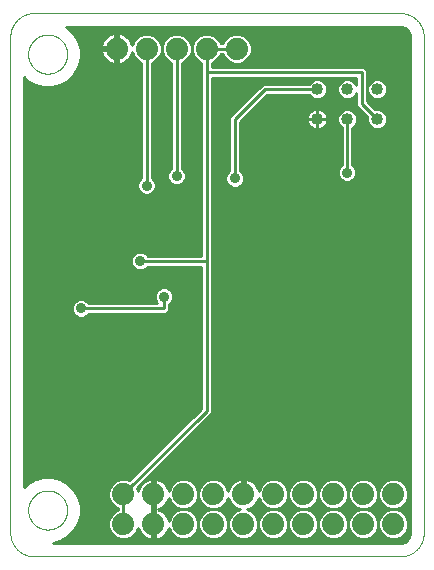
<source format=gbl>
G75*
%MOIN*%
%OFA0B0*%
%FSLAX25Y25*%
%IPPOS*%
%LPD*%
%AMOC8*
5,1,8,0,0,1.08239X$1,22.5*
%
%ADD10C,0.00000*%
%ADD11C,0.07400*%
%ADD12C,0.04000*%
%ADD13C,0.01000*%
%ADD14C,0.03569*%
D10*
X0001500Y0009374D02*
X0001500Y0174728D01*
X0001502Y0174918D01*
X0001509Y0175108D01*
X0001521Y0175298D01*
X0001537Y0175488D01*
X0001557Y0175677D01*
X0001583Y0175866D01*
X0001612Y0176054D01*
X0001647Y0176241D01*
X0001686Y0176427D01*
X0001729Y0176612D01*
X0001777Y0176797D01*
X0001829Y0176980D01*
X0001885Y0177161D01*
X0001946Y0177341D01*
X0002012Y0177520D01*
X0002081Y0177697D01*
X0002155Y0177873D01*
X0002233Y0178046D01*
X0002316Y0178218D01*
X0002402Y0178387D01*
X0002492Y0178555D01*
X0002587Y0178720D01*
X0002685Y0178883D01*
X0002788Y0179043D01*
X0002894Y0179201D01*
X0003004Y0179356D01*
X0003117Y0179509D01*
X0003235Y0179659D01*
X0003356Y0179805D01*
X0003480Y0179949D01*
X0003608Y0180090D01*
X0003739Y0180228D01*
X0003874Y0180363D01*
X0004012Y0180494D01*
X0004153Y0180622D01*
X0004297Y0180746D01*
X0004443Y0180867D01*
X0004593Y0180985D01*
X0004746Y0181098D01*
X0004901Y0181208D01*
X0005059Y0181314D01*
X0005219Y0181417D01*
X0005382Y0181515D01*
X0005547Y0181610D01*
X0005715Y0181700D01*
X0005884Y0181786D01*
X0006056Y0181869D01*
X0006229Y0181947D01*
X0006405Y0182021D01*
X0006582Y0182090D01*
X0006761Y0182156D01*
X0006941Y0182217D01*
X0007122Y0182273D01*
X0007305Y0182325D01*
X0007490Y0182373D01*
X0007675Y0182416D01*
X0007861Y0182455D01*
X0008048Y0182490D01*
X0008236Y0182519D01*
X0008425Y0182545D01*
X0008614Y0182565D01*
X0008804Y0182581D01*
X0008994Y0182593D01*
X0009184Y0182600D01*
X0009374Y0182602D01*
X0131421Y0182602D01*
X0131611Y0182600D01*
X0131801Y0182593D01*
X0131991Y0182581D01*
X0132181Y0182565D01*
X0132370Y0182545D01*
X0132559Y0182519D01*
X0132747Y0182490D01*
X0132934Y0182455D01*
X0133120Y0182416D01*
X0133305Y0182373D01*
X0133490Y0182325D01*
X0133673Y0182273D01*
X0133854Y0182217D01*
X0134034Y0182156D01*
X0134213Y0182090D01*
X0134390Y0182021D01*
X0134566Y0181947D01*
X0134739Y0181869D01*
X0134911Y0181786D01*
X0135080Y0181700D01*
X0135248Y0181610D01*
X0135413Y0181515D01*
X0135576Y0181417D01*
X0135736Y0181314D01*
X0135894Y0181208D01*
X0136049Y0181098D01*
X0136202Y0180985D01*
X0136352Y0180867D01*
X0136498Y0180746D01*
X0136642Y0180622D01*
X0136783Y0180494D01*
X0136921Y0180363D01*
X0137056Y0180228D01*
X0137187Y0180090D01*
X0137315Y0179949D01*
X0137439Y0179805D01*
X0137560Y0179659D01*
X0137678Y0179509D01*
X0137791Y0179356D01*
X0137901Y0179201D01*
X0138007Y0179043D01*
X0138110Y0178883D01*
X0138208Y0178720D01*
X0138303Y0178555D01*
X0138393Y0178387D01*
X0138479Y0178218D01*
X0138562Y0178046D01*
X0138640Y0177873D01*
X0138714Y0177697D01*
X0138783Y0177520D01*
X0138849Y0177341D01*
X0138910Y0177161D01*
X0138966Y0176980D01*
X0139018Y0176797D01*
X0139066Y0176612D01*
X0139109Y0176427D01*
X0139148Y0176241D01*
X0139183Y0176054D01*
X0139212Y0175866D01*
X0139238Y0175677D01*
X0139258Y0175488D01*
X0139274Y0175298D01*
X0139286Y0175108D01*
X0139293Y0174918D01*
X0139295Y0174728D01*
X0139295Y0009374D01*
X0139293Y0009184D01*
X0139286Y0008994D01*
X0139274Y0008804D01*
X0139258Y0008614D01*
X0139238Y0008425D01*
X0139212Y0008236D01*
X0139183Y0008048D01*
X0139148Y0007861D01*
X0139109Y0007675D01*
X0139066Y0007490D01*
X0139018Y0007305D01*
X0138966Y0007122D01*
X0138910Y0006941D01*
X0138849Y0006761D01*
X0138783Y0006582D01*
X0138714Y0006405D01*
X0138640Y0006229D01*
X0138562Y0006056D01*
X0138479Y0005884D01*
X0138393Y0005715D01*
X0138303Y0005547D01*
X0138208Y0005382D01*
X0138110Y0005219D01*
X0138007Y0005059D01*
X0137901Y0004901D01*
X0137791Y0004746D01*
X0137678Y0004593D01*
X0137560Y0004443D01*
X0137439Y0004297D01*
X0137315Y0004153D01*
X0137187Y0004012D01*
X0137056Y0003874D01*
X0136921Y0003739D01*
X0136783Y0003608D01*
X0136642Y0003480D01*
X0136498Y0003356D01*
X0136352Y0003235D01*
X0136202Y0003117D01*
X0136049Y0003004D01*
X0135894Y0002894D01*
X0135736Y0002788D01*
X0135576Y0002685D01*
X0135413Y0002587D01*
X0135248Y0002492D01*
X0135080Y0002402D01*
X0134911Y0002316D01*
X0134739Y0002233D01*
X0134566Y0002155D01*
X0134390Y0002081D01*
X0134213Y0002012D01*
X0134034Y0001946D01*
X0133854Y0001885D01*
X0133673Y0001829D01*
X0133490Y0001777D01*
X0133305Y0001729D01*
X0133120Y0001686D01*
X0132934Y0001647D01*
X0132747Y0001612D01*
X0132559Y0001583D01*
X0132370Y0001557D01*
X0132181Y0001537D01*
X0131991Y0001521D01*
X0131801Y0001509D01*
X0131611Y0001502D01*
X0131421Y0001500D01*
X0009374Y0001500D01*
X0009184Y0001502D01*
X0008994Y0001509D01*
X0008804Y0001521D01*
X0008614Y0001537D01*
X0008425Y0001557D01*
X0008236Y0001583D01*
X0008048Y0001612D01*
X0007861Y0001647D01*
X0007675Y0001686D01*
X0007490Y0001729D01*
X0007305Y0001777D01*
X0007122Y0001829D01*
X0006941Y0001885D01*
X0006761Y0001946D01*
X0006582Y0002012D01*
X0006405Y0002081D01*
X0006229Y0002155D01*
X0006056Y0002233D01*
X0005884Y0002316D01*
X0005715Y0002402D01*
X0005547Y0002492D01*
X0005382Y0002587D01*
X0005219Y0002685D01*
X0005059Y0002788D01*
X0004901Y0002894D01*
X0004746Y0003004D01*
X0004593Y0003117D01*
X0004443Y0003235D01*
X0004297Y0003356D01*
X0004153Y0003480D01*
X0004012Y0003608D01*
X0003874Y0003739D01*
X0003739Y0003874D01*
X0003608Y0004012D01*
X0003480Y0004153D01*
X0003356Y0004297D01*
X0003235Y0004443D01*
X0003117Y0004593D01*
X0003004Y0004746D01*
X0002894Y0004901D01*
X0002788Y0005059D01*
X0002685Y0005219D01*
X0002587Y0005382D01*
X0002492Y0005547D01*
X0002402Y0005715D01*
X0002316Y0005884D01*
X0002233Y0006056D01*
X0002155Y0006229D01*
X0002081Y0006405D01*
X0002012Y0006582D01*
X0001946Y0006761D01*
X0001885Y0006941D01*
X0001829Y0007122D01*
X0001777Y0007305D01*
X0001729Y0007490D01*
X0001686Y0007675D01*
X0001647Y0007861D01*
X0001612Y0008048D01*
X0001583Y0008236D01*
X0001557Y0008425D01*
X0001537Y0008614D01*
X0001521Y0008804D01*
X0001509Y0008994D01*
X0001502Y0009184D01*
X0001500Y0009374D01*
X0007441Y0016953D02*
X0007443Y0017114D01*
X0007449Y0017274D01*
X0007459Y0017435D01*
X0007473Y0017595D01*
X0007491Y0017755D01*
X0007512Y0017914D01*
X0007538Y0018073D01*
X0007568Y0018231D01*
X0007601Y0018388D01*
X0007639Y0018545D01*
X0007680Y0018700D01*
X0007725Y0018854D01*
X0007774Y0019007D01*
X0007827Y0019159D01*
X0007883Y0019310D01*
X0007944Y0019459D01*
X0008007Y0019607D01*
X0008075Y0019753D01*
X0008146Y0019897D01*
X0008220Y0020039D01*
X0008298Y0020180D01*
X0008380Y0020318D01*
X0008465Y0020455D01*
X0008553Y0020589D01*
X0008645Y0020721D01*
X0008740Y0020851D01*
X0008838Y0020979D01*
X0008939Y0021104D01*
X0009043Y0021226D01*
X0009150Y0021346D01*
X0009260Y0021463D01*
X0009373Y0021578D01*
X0009489Y0021689D01*
X0009608Y0021798D01*
X0009729Y0021903D01*
X0009853Y0022006D01*
X0009979Y0022106D01*
X0010107Y0022202D01*
X0010238Y0022295D01*
X0010372Y0022385D01*
X0010507Y0022472D01*
X0010645Y0022555D01*
X0010784Y0022635D01*
X0010926Y0022711D01*
X0011069Y0022784D01*
X0011214Y0022853D01*
X0011361Y0022919D01*
X0011509Y0022981D01*
X0011659Y0023039D01*
X0011810Y0023094D01*
X0011963Y0023145D01*
X0012117Y0023192D01*
X0012272Y0023235D01*
X0012428Y0023274D01*
X0012584Y0023310D01*
X0012742Y0023341D01*
X0012900Y0023369D01*
X0013059Y0023393D01*
X0013219Y0023413D01*
X0013379Y0023429D01*
X0013539Y0023441D01*
X0013700Y0023449D01*
X0013861Y0023453D01*
X0014021Y0023453D01*
X0014182Y0023449D01*
X0014343Y0023441D01*
X0014503Y0023429D01*
X0014663Y0023413D01*
X0014823Y0023393D01*
X0014982Y0023369D01*
X0015140Y0023341D01*
X0015298Y0023310D01*
X0015454Y0023274D01*
X0015610Y0023235D01*
X0015765Y0023192D01*
X0015919Y0023145D01*
X0016072Y0023094D01*
X0016223Y0023039D01*
X0016373Y0022981D01*
X0016521Y0022919D01*
X0016668Y0022853D01*
X0016813Y0022784D01*
X0016956Y0022711D01*
X0017098Y0022635D01*
X0017237Y0022555D01*
X0017375Y0022472D01*
X0017510Y0022385D01*
X0017644Y0022295D01*
X0017775Y0022202D01*
X0017903Y0022106D01*
X0018029Y0022006D01*
X0018153Y0021903D01*
X0018274Y0021798D01*
X0018393Y0021689D01*
X0018509Y0021578D01*
X0018622Y0021463D01*
X0018732Y0021346D01*
X0018839Y0021226D01*
X0018943Y0021104D01*
X0019044Y0020979D01*
X0019142Y0020851D01*
X0019237Y0020721D01*
X0019329Y0020589D01*
X0019417Y0020455D01*
X0019502Y0020318D01*
X0019584Y0020180D01*
X0019662Y0020039D01*
X0019736Y0019897D01*
X0019807Y0019753D01*
X0019875Y0019607D01*
X0019938Y0019459D01*
X0019999Y0019310D01*
X0020055Y0019159D01*
X0020108Y0019007D01*
X0020157Y0018854D01*
X0020202Y0018700D01*
X0020243Y0018545D01*
X0020281Y0018388D01*
X0020314Y0018231D01*
X0020344Y0018073D01*
X0020370Y0017914D01*
X0020391Y0017755D01*
X0020409Y0017595D01*
X0020423Y0017435D01*
X0020433Y0017274D01*
X0020439Y0017114D01*
X0020441Y0016953D01*
X0020439Y0016792D01*
X0020433Y0016632D01*
X0020423Y0016471D01*
X0020409Y0016311D01*
X0020391Y0016151D01*
X0020370Y0015992D01*
X0020344Y0015833D01*
X0020314Y0015675D01*
X0020281Y0015518D01*
X0020243Y0015361D01*
X0020202Y0015206D01*
X0020157Y0015052D01*
X0020108Y0014899D01*
X0020055Y0014747D01*
X0019999Y0014596D01*
X0019938Y0014447D01*
X0019875Y0014299D01*
X0019807Y0014153D01*
X0019736Y0014009D01*
X0019662Y0013867D01*
X0019584Y0013726D01*
X0019502Y0013588D01*
X0019417Y0013451D01*
X0019329Y0013317D01*
X0019237Y0013185D01*
X0019142Y0013055D01*
X0019044Y0012927D01*
X0018943Y0012802D01*
X0018839Y0012680D01*
X0018732Y0012560D01*
X0018622Y0012443D01*
X0018509Y0012328D01*
X0018393Y0012217D01*
X0018274Y0012108D01*
X0018153Y0012003D01*
X0018029Y0011900D01*
X0017903Y0011800D01*
X0017775Y0011704D01*
X0017644Y0011611D01*
X0017510Y0011521D01*
X0017375Y0011434D01*
X0017237Y0011351D01*
X0017098Y0011271D01*
X0016956Y0011195D01*
X0016813Y0011122D01*
X0016668Y0011053D01*
X0016521Y0010987D01*
X0016373Y0010925D01*
X0016223Y0010867D01*
X0016072Y0010812D01*
X0015919Y0010761D01*
X0015765Y0010714D01*
X0015610Y0010671D01*
X0015454Y0010632D01*
X0015298Y0010596D01*
X0015140Y0010565D01*
X0014982Y0010537D01*
X0014823Y0010513D01*
X0014663Y0010493D01*
X0014503Y0010477D01*
X0014343Y0010465D01*
X0014182Y0010457D01*
X0014021Y0010453D01*
X0013861Y0010453D01*
X0013700Y0010457D01*
X0013539Y0010465D01*
X0013379Y0010477D01*
X0013219Y0010493D01*
X0013059Y0010513D01*
X0012900Y0010537D01*
X0012742Y0010565D01*
X0012584Y0010596D01*
X0012428Y0010632D01*
X0012272Y0010671D01*
X0012117Y0010714D01*
X0011963Y0010761D01*
X0011810Y0010812D01*
X0011659Y0010867D01*
X0011509Y0010925D01*
X0011361Y0010987D01*
X0011214Y0011053D01*
X0011069Y0011122D01*
X0010926Y0011195D01*
X0010784Y0011271D01*
X0010645Y0011351D01*
X0010507Y0011434D01*
X0010372Y0011521D01*
X0010238Y0011611D01*
X0010107Y0011704D01*
X0009979Y0011800D01*
X0009853Y0011900D01*
X0009729Y0012003D01*
X0009608Y0012108D01*
X0009489Y0012217D01*
X0009373Y0012328D01*
X0009260Y0012443D01*
X0009150Y0012560D01*
X0009043Y0012680D01*
X0008939Y0012802D01*
X0008838Y0012927D01*
X0008740Y0013055D01*
X0008645Y0013185D01*
X0008553Y0013317D01*
X0008465Y0013451D01*
X0008380Y0013588D01*
X0008298Y0013726D01*
X0008220Y0013867D01*
X0008146Y0014009D01*
X0008075Y0014153D01*
X0008007Y0014299D01*
X0007944Y0014447D01*
X0007883Y0014596D01*
X0007827Y0014747D01*
X0007774Y0014899D01*
X0007725Y0015052D01*
X0007680Y0015206D01*
X0007639Y0015361D01*
X0007601Y0015518D01*
X0007568Y0015675D01*
X0007538Y0015833D01*
X0007512Y0015992D01*
X0007491Y0016151D01*
X0007473Y0016311D01*
X0007459Y0016471D01*
X0007449Y0016632D01*
X0007443Y0016792D01*
X0007441Y0016953D01*
X0007441Y0168921D02*
X0007443Y0169082D01*
X0007449Y0169242D01*
X0007459Y0169403D01*
X0007473Y0169563D01*
X0007491Y0169723D01*
X0007512Y0169882D01*
X0007538Y0170041D01*
X0007568Y0170199D01*
X0007601Y0170356D01*
X0007639Y0170513D01*
X0007680Y0170668D01*
X0007725Y0170822D01*
X0007774Y0170975D01*
X0007827Y0171127D01*
X0007883Y0171278D01*
X0007944Y0171427D01*
X0008007Y0171575D01*
X0008075Y0171721D01*
X0008146Y0171865D01*
X0008220Y0172007D01*
X0008298Y0172148D01*
X0008380Y0172286D01*
X0008465Y0172423D01*
X0008553Y0172557D01*
X0008645Y0172689D01*
X0008740Y0172819D01*
X0008838Y0172947D01*
X0008939Y0173072D01*
X0009043Y0173194D01*
X0009150Y0173314D01*
X0009260Y0173431D01*
X0009373Y0173546D01*
X0009489Y0173657D01*
X0009608Y0173766D01*
X0009729Y0173871D01*
X0009853Y0173974D01*
X0009979Y0174074D01*
X0010107Y0174170D01*
X0010238Y0174263D01*
X0010372Y0174353D01*
X0010507Y0174440D01*
X0010645Y0174523D01*
X0010784Y0174603D01*
X0010926Y0174679D01*
X0011069Y0174752D01*
X0011214Y0174821D01*
X0011361Y0174887D01*
X0011509Y0174949D01*
X0011659Y0175007D01*
X0011810Y0175062D01*
X0011963Y0175113D01*
X0012117Y0175160D01*
X0012272Y0175203D01*
X0012428Y0175242D01*
X0012584Y0175278D01*
X0012742Y0175309D01*
X0012900Y0175337D01*
X0013059Y0175361D01*
X0013219Y0175381D01*
X0013379Y0175397D01*
X0013539Y0175409D01*
X0013700Y0175417D01*
X0013861Y0175421D01*
X0014021Y0175421D01*
X0014182Y0175417D01*
X0014343Y0175409D01*
X0014503Y0175397D01*
X0014663Y0175381D01*
X0014823Y0175361D01*
X0014982Y0175337D01*
X0015140Y0175309D01*
X0015298Y0175278D01*
X0015454Y0175242D01*
X0015610Y0175203D01*
X0015765Y0175160D01*
X0015919Y0175113D01*
X0016072Y0175062D01*
X0016223Y0175007D01*
X0016373Y0174949D01*
X0016521Y0174887D01*
X0016668Y0174821D01*
X0016813Y0174752D01*
X0016956Y0174679D01*
X0017098Y0174603D01*
X0017237Y0174523D01*
X0017375Y0174440D01*
X0017510Y0174353D01*
X0017644Y0174263D01*
X0017775Y0174170D01*
X0017903Y0174074D01*
X0018029Y0173974D01*
X0018153Y0173871D01*
X0018274Y0173766D01*
X0018393Y0173657D01*
X0018509Y0173546D01*
X0018622Y0173431D01*
X0018732Y0173314D01*
X0018839Y0173194D01*
X0018943Y0173072D01*
X0019044Y0172947D01*
X0019142Y0172819D01*
X0019237Y0172689D01*
X0019329Y0172557D01*
X0019417Y0172423D01*
X0019502Y0172286D01*
X0019584Y0172148D01*
X0019662Y0172007D01*
X0019736Y0171865D01*
X0019807Y0171721D01*
X0019875Y0171575D01*
X0019938Y0171427D01*
X0019999Y0171278D01*
X0020055Y0171127D01*
X0020108Y0170975D01*
X0020157Y0170822D01*
X0020202Y0170668D01*
X0020243Y0170513D01*
X0020281Y0170356D01*
X0020314Y0170199D01*
X0020344Y0170041D01*
X0020370Y0169882D01*
X0020391Y0169723D01*
X0020409Y0169563D01*
X0020423Y0169403D01*
X0020433Y0169242D01*
X0020439Y0169082D01*
X0020441Y0168921D01*
X0020439Y0168760D01*
X0020433Y0168600D01*
X0020423Y0168439D01*
X0020409Y0168279D01*
X0020391Y0168119D01*
X0020370Y0167960D01*
X0020344Y0167801D01*
X0020314Y0167643D01*
X0020281Y0167486D01*
X0020243Y0167329D01*
X0020202Y0167174D01*
X0020157Y0167020D01*
X0020108Y0166867D01*
X0020055Y0166715D01*
X0019999Y0166564D01*
X0019938Y0166415D01*
X0019875Y0166267D01*
X0019807Y0166121D01*
X0019736Y0165977D01*
X0019662Y0165835D01*
X0019584Y0165694D01*
X0019502Y0165556D01*
X0019417Y0165419D01*
X0019329Y0165285D01*
X0019237Y0165153D01*
X0019142Y0165023D01*
X0019044Y0164895D01*
X0018943Y0164770D01*
X0018839Y0164648D01*
X0018732Y0164528D01*
X0018622Y0164411D01*
X0018509Y0164296D01*
X0018393Y0164185D01*
X0018274Y0164076D01*
X0018153Y0163971D01*
X0018029Y0163868D01*
X0017903Y0163768D01*
X0017775Y0163672D01*
X0017644Y0163579D01*
X0017510Y0163489D01*
X0017375Y0163402D01*
X0017237Y0163319D01*
X0017098Y0163239D01*
X0016956Y0163163D01*
X0016813Y0163090D01*
X0016668Y0163021D01*
X0016521Y0162955D01*
X0016373Y0162893D01*
X0016223Y0162835D01*
X0016072Y0162780D01*
X0015919Y0162729D01*
X0015765Y0162682D01*
X0015610Y0162639D01*
X0015454Y0162600D01*
X0015298Y0162564D01*
X0015140Y0162533D01*
X0014982Y0162505D01*
X0014823Y0162481D01*
X0014663Y0162461D01*
X0014503Y0162445D01*
X0014343Y0162433D01*
X0014182Y0162425D01*
X0014021Y0162421D01*
X0013861Y0162421D01*
X0013700Y0162425D01*
X0013539Y0162433D01*
X0013379Y0162445D01*
X0013219Y0162461D01*
X0013059Y0162481D01*
X0012900Y0162505D01*
X0012742Y0162533D01*
X0012584Y0162564D01*
X0012428Y0162600D01*
X0012272Y0162639D01*
X0012117Y0162682D01*
X0011963Y0162729D01*
X0011810Y0162780D01*
X0011659Y0162835D01*
X0011509Y0162893D01*
X0011361Y0162955D01*
X0011214Y0163021D01*
X0011069Y0163090D01*
X0010926Y0163163D01*
X0010784Y0163239D01*
X0010645Y0163319D01*
X0010507Y0163402D01*
X0010372Y0163489D01*
X0010238Y0163579D01*
X0010107Y0163672D01*
X0009979Y0163768D01*
X0009853Y0163868D01*
X0009729Y0163971D01*
X0009608Y0164076D01*
X0009489Y0164185D01*
X0009373Y0164296D01*
X0009260Y0164411D01*
X0009150Y0164528D01*
X0009043Y0164648D01*
X0008939Y0164770D01*
X0008838Y0164895D01*
X0008740Y0165023D01*
X0008645Y0165153D01*
X0008553Y0165285D01*
X0008465Y0165419D01*
X0008380Y0165556D01*
X0008298Y0165694D01*
X0008220Y0165835D01*
X0008146Y0165977D01*
X0008075Y0166121D01*
X0008007Y0166267D01*
X0007944Y0166415D01*
X0007883Y0166564D01*
X0007827Y0166715D01*
X0007774Y0166867D01*
X0007725Y0167020D01*
X0007680Y0167174D01*
X0007639Y0167329D01*
X0007601Y0167486D01*
X0007568Y0167643D01*
X0007538Y0167801D01*
X0007512Y0167960D01*
X0007491Y0168119D01*
X0007473Y0168279D01*
X0007459Y0168439D01*
X0007449Y0168600D01*
X0007443Y0168760D01*
X0007441Y0168921D01*
D11*
X0036933Y0170791D03*
X0046933Y0170791D03*
X0056933Y0170791D03*
X0066933Y0170791D03*
X0076933Y0170791D03*
X0079177Y0022248D03*
X0079177Y0012248D03*
X0069177Y0012248D03*
X0069177Y0022248D03*
X0059177Y0022248D03*
X0059177Y0012248D03*
X0049177Y0012248D03*
X0049177Y0022248D03*
X0039177Y0022248D03*
X0039177Y0012248D03*
X0089177Y0012248D03*
X0089177Y0022248D03*
X0099177Y0022248D03*
X0099177Y0012248D03*
X0109177Y0012248D03*
X0109177Y0022248D03*
X0119177Y0022248D03*
X0119177Y0012248D03*
X0129177Y0012248D03*
X0129177Y0022248D03*
D12*
X0123823Y0147248D03*
X0123823Y0157248D03*
X0113823Y0157248D03*
X0113823Y0147248D03*
X0103823Y0147248D03*
X0103823Y0157248D03*
D13*
X0086382Y0157248D01*
X0076303Y0147169D01*
X0076303Y0127484D01*
X0078496Y0125315D02*
X0134795Y0125315D01*
X0134795Y0124317D02*
X0068733Y0124317D01*
X0068733Y0125315D02*
X0074110Y0125315D01*
X0073688Y0125737D02*
X0074556Y0124870D01*
X0075690Y0124400D01*
X0076917Y0124400D01*
X0078050Y0124870D01*
X0078918Y0125737D01*
X0079387Y0126871D01*
X0079387Y0128098D01*
X0078918Y0129231D01*
X0078103Y0130046D01*
X0078103Y0146424D01*
X0087127Y0155448D01*
X0100997Y0155448D01*
X0101025Y0155379D01*
X0101954Y0154450D01*
X0103166Y0153948D01*
X0104479Y0153948D01*
X0105692Y0154450D01*
X0106620Y0155379D01*
X0107123Y0156592D01*
X0107123Y0157904D01*
X0106620Y0159117D01*
X0105692Y0160046D01*
X0104479Y0160548D01*
X0103166Y0160548D01*
X0101954Y0160046D01*
X0101025Y0159117D01*
X0100997Y0159048D01*
X0085636Y0159048D01*
X0074503Y0147915D01*
X0074503Y0130046D01*
X0073688Y0129231D01*
X0073219Y0128098D01*
X0073219Y0126871D01*
X0073688Y0125737D01*
X0073450Y0126314D02*
X0068733Y0126314D01*
X0068733Y0127312D02*
X0073219Y0127312D01*
X0073307Y0128311D02*
X0068733Y0128311D01*
X0068733Y0129309D02*
X0073767Y0129309D01*
X0074503Y0130308D02*
X0068733Y0130308D01*
X0068733Y0131306D02*
X0074503Y0131306D01*
X0074503Y0132305D02*
X0068733Y0132305D01*
X0068733Y0133303D02*
X0074503Y0133303D01*
X0074503Y0134302D02*
X0068733Y0134302D01*
X0068733Y0135301D02*
X0074503Y0135301D01*
X0074503Y0136299D02*
X0068733Y0136299D01*
X0068733Y0137298D02*
X0074503Y0137298D01*
X0074503Y0138296D02*
X0068733Y0138296D01*
X0068733Y0139295D02*
X0074503Y0139295D01*
X0074503Y0140293D02*
X0068733Y0140293D01*
X0068733Y0141292D02*
X0074503Y0141292D01*
X0074503Y0142290D02*
X0068733Y0142290D01*
X0068733Y0143289D02*
X0074503Y0143289D01*
X0074503Y0144287D02*
X0068733Y0144287D01*
X0068733Y0145286D02*
X0074503Y0145286D01*
X0074503Y0146284D02*
X0068733Y0146284D01*
X0068733Y0147283D02*
X0074503Y0147283D01*
X0074869Y0148281D02*
X0068733Y0148281D01*
X0068733Y0149280D02*
X0075868Y0149280D01*
X0076866Y0150278D02*
X0068733Y0150278D01*
X0068733Y0151277D02*
X0077865Y0151277D01*
X0078863Y0152275D02*
X0068733Y0152275D01*
X0068733Y0153274D02*
X0079862Y0153274D01*
X0080861Y0154272D02*
X0068733Y0154272D01*
X0068733Y0155271D02*
X0081859Y0155271D01*
X0082858Y0156269D02*
X0068733Y0156269D01*
X0068733Y0157268D02*
X0083856Y0157268D01*
X0084855Y0158266D02*
X0068733Y0158266D01*
X0068733Y0159265D02*
X0101173Y0159265D01*
X0102479Y0160263D02*
X0068733Y0160263D01*
X0068733Y0161117D02*
X0116826Y0161117D01*
X0116826Y0158621D01*
X0116620Y0159117D01*
X0115692Y0160046D01*
X0114479Y0160548D01*
X0113166Y0160548D01*
X0111954Y0160046D01*
X0111025Y0159117D01*
X0110523Y0157904D01*
X0110523Y0156592D01*
X0111025Y0155379D01*
X0111954Y0154450D01*
X0113166Y0153948D01*
X0114479Y0153948D01*
X0115692Y0154450D01*
X0116620Y0155379D01*
X0116826Y0155875D01*
X0116826Y0151699D01*
X0117880Y0150645D01*
X0120552Y0147974D01*
X0120523Y0147904D01*
X0120523Y0146592D01*
X0121025Y0145379D01*
X0121954Y0144450D01*
X0123166Y0143948D01*
X0124479Y0143948D01*
X0125692Y0144450D01*
X0126620Y0145379D01*
X0127123Y0146592D01*
X0127123Y0147904D01*
X0126620Y0149117D01*
X0125692Y0150046D01*
X0124479Y0150548D01*
X0123166Y0150548D01*
X0123097Y0150519D01*
X0120426Y0153190D01*
X0120426Y0163663D01*
X0119372Y0164717D01*
X0068733Y0164717D01*
X0068733Y0166125D01*
X0069765Y0166553D01*
X0071172Y0167959D01*
X0071599Y0168991D01*
X0072267Y0168991D01*
X0072694Y0167959D01*
X0074101Y0166553D01*
X0075938Y0165791D01*
X0077928Y0165791D01*
X0079765Y0166553D01*
X0081172Y0167959D01*
X0081933Y0169797D01*
X0081933Y0171786D01*
X0081172Y0173624D01*
X0079765Y0175030D01*
X0077928Y0175791D01*
X0075938Y0175791D01*
X0074101Y0175030D01*
X0072694Y0173624D01*
X0072267Y0172591D01*
X0071599Y0172591D01*
X0071172Y0173624D01*
X0069765Y0175030D01*
X0067928Y0175791D01*
X0065938Y0175791D01*
X0064101Y0175030D01*
X0062694Y0173624D01*
X0061933Y0171786D01*
X0061172Y0173624D01*
X0059765Y0175030D01*
X0057928Y0175791D01*
X0055938Y0175791D01*
X0054101Y0175030D01*
X0052694Y0173624D01*
X0051933Y0171786D01*
X0051172Y0173624D01*
X0049765Y0175030D01*
X0047928Y0175791D01*
X0045938Y0175791D01*
X0044101Y0175030D01*
X0042694Y0173624D01*
X0042011Y0171973D01*
X0042005Y0172009D01*
X0041752Y0172787D01*
X0041380Y0173517D01*
X0040899Y0174179D01*
X0040321Y0174758D01*
X0039658Y0175239D01*
X0038929Y0175610D01*
X0038151Y0175863D01*
X0037433Y0175977D01*
X0037433Y0171291D01*
X0036433Y0171291D01*
X0036433Y0170291D01*
X0037433Y0170291D01*
X0037433Y0165606D01*
X0038151Y0165719D01*
X0038929Y0165972D01*
X0039658Y0166344D01*
X0040321Y0166825D01*
X0040899Y0167404D01*
X0041380Y0168066D01*
X0041752Y0168795D01*
X0042005Y0169574D01*
X0042011Y0169609D01*
X0042694Y0167959D01*
X0044101Y0166553D01*
X0045133Y0166125D01*
X0045133Y0127684D01*
X0044318Y0126869D01*
X0043849Y0125736D01*
X0043849Y0124509D01*
X0044318Y0123375D01*
X0045186Y0122507D01*
X0046320Y0122038D01*
X0047547Y0122038D01*
X0048680Y0122507D01*
X0049548Y0123375D01*
X0050017Y0124509D01*
X0050017Y0125736D01*
X0049548Y0126869D01*
X0048733Y0127684D01*
X0048733Y0166125D01*
X0049765Y0166553D01*
X0051172Y0167959D01*
X0051933Y0169797D01*
X0051933Y0171786D01*
X0051933Y0169797D01*
X0052694Y0167959D01*
X0054101Y0166553D01*
X0055133Y0166125D01*
X0055133Y0130833D01*
X0054318Y0130019D01*
X0053849Y0128885D01*
X0053849Y0127658D01*
X0054318Y0126525D01*
X0055186Y0125657D01*
X0056320Y0125187D01*
X0057547Y0125187D01*
X0058680Y0125657D01*
X0059548Y0126525D01*
X0060017Y0127658D01*
X0060017Y0128885D01*
X0059548Y0130019D01*
X0058733Y0130833D01*
X0058733Y0166125D01*
X0059765Y0166553D01*
X0061172Y0167959D01*
X0061933Y0169797D01*
X0062694Y0167959D01*
X0064101Y0166553D01*
X0065133Y0166125D01*
X0065133Y0101725D01*
X0047369Y0101725D01*
X0046554Y0102540D01*
X0045421Y0103009D01*
X0044194Y0103009D01*
X0043060Y0102540D01*
X0042192Y0101672D01*
X0041723Y0100539D01*
X0041723Y0099312D01*
X0042192Y0098178D01*
X0043060Y0097310D01*
X0044194Y0096841D01*
X0045421Y0096841D01*
X0046554Y0097310D01*
X0047369Y0098125D01*
X0065133Y0098125D01*
X0065133Y0050750D01*
X0041204Y0026820D01*
X0040172Y0027248D01*
X0038183Y0027248D01*
X0036345Y0026487D01*
X0034938Y0025080D01*
X0034177Y0023243D01*
X0034177Y0021253D01*
X0034938Y0019416D01*
X0036345Y0018009D01*
X0037377Y0017582D01*
X0037377Y0016914D01*
X0036345Y0016487D01*
X0034938Y0015080D01*
X0034177Y0013243D01*
X0034177Y0011253D01*
X0034938Y0009416D01*
X0036345Y0008009D01*
X0038183Y0007248D01*
X0040172Y0007248D01*
X0042009Y0008009D01*
X0043416Y0009416D01*
X0044100Y0011066D01*
X0044105Y0011030D01*
X0044358Y0010252D01*
X0044730Y0009523D01*
X0045211Y0008860D01*
X0045790Y0008282D01*
X0046452Y0007801D01*
X0047181Y0007429D01*
X0047959Y0007176D01*
X0048677Y0007062D01*
X0048677Y0011748D01*
X0049677Y0011748D01*
X0049677Y0007062D01*
X0050395Y0007176D01*
X0051173Y0007429D01*
X0051903Y0007801D01*
X0052565Y0008282D01*
X0053143Y0008860D01*
X0053625Y0009523D01*
X0053996Y0010252D01*
X0054249Y0011030D01*
X0054255Y0011066D01*
X0054938Y0009416D01*
X0056345Y0008009D01*
X0058183Y0007248D01*
X0060172Y0007248D01*
X0062009Y0008009D01*
X0063416Y0009416D01*
X0064177Y0011253D01*
X0064177Y0013243D01*
X0063416Y0015080D01*
X0062009Y0016487D01*
X0060172Y0017248D01*
X0062009Y0018009D01*
X0063416Y0019416D01*
X0064177Y0021253D01*
X0064177Y0023243D01*
X0063416Y0025080D01*
X0062009Y0026487D01*
X0060172Y0027248D01*
X0058183Y0027248D01*
X0056345Y0026487D01*
X0054938Y0025080D01*
X0054255Y0023430D01*
X0054249Y0023466D01*
X0053996Y0024244D01*
X0053625Y0024973D01*
X0053143Y0025636D01*
X0052565Y0026214D01*
X0051903Y0026695D01*
X0051173Y0027067D01*
X0050395Y0027320D01*
X0049677Y0027434D01*
X0049677Y0022748D01*
X0048677Y0022748D01*
X0048677Y0027434D01*
X0047959Y0027320D01*
X0047181Y0027067D01*
X0046452Y0026695D01*
X0045790Y0026214D01*
X0045211Y0025636D01*
X0044730Y0024973D01*
X0044358Y0024244D01*
X0044105Y0023466D01*
X0044100Y0023430D01*
X0043750Y0024275D01*
X0067679Y0048204D01*
X0068733Y0049258D01*
X0068733Y0161117D01*
X0066933Y0162917D02*
X0066933Y0099925D01*
X0044807Y0099925D01*
X0042870Y0102350D02*
X0006000Y0102350D01*
X0006000Y0103348D02*
X0065133Y0103348D01*
X0065133Y0102350D02*
X0046744Y0102350D01*
X0046601Y0097357D02*
X0065133Y0097357D01*
X0065133Y0096359D02*
X0006000Y0096359D01*
X0006000Y0097357D02*
X0043013Y0097357D01*
X0042119Y0098356D02*
X0006000Y0098356D01*
X0006000Y0099354D02*
X0041723Y0099354D01*
X0041723Y0100353D02*
X0006000Y0100353D01*
X0006000Y0101351D02*
X0042059Y0101351D01*
X0050573Y0090368D02*
X0006000Y0090368D01*
X0006000Y0091366D02*
X0065133Y0091366D01*
X0065133Y0090368D02*
X0054790Y0090368D01*
X0054428Y0090729D02*
X0053295Y0091198D01*
X0052068Y0091198D01*
X0050934Y0090729D01*
X0050066Y0089861D01*
X0049597Y0088728D01*
X0049597Y0087501D01*
X0050066Y0086367D01*
X0050456Y0085977D01*
X0027684Y0085977D01*
X0026869Y0086792D01*
X0025736Y0087261D01*
X0024509Y0087261D01*
X0023375Y0086792D01*
X0022507Y0085924D01*
X0022038Y0084791D01*
X0022038Y0083564D01*
X0022507Y0082430D01*
X0023375Y0081562D01*
X0024509Y0081093D01*
X0025736Y0081093D01*
X0026869Y0081562D01*
X0027684Y0082377D01*
X0053427Y0082377D01*
X0054481Y0083432D01*
X0054481Y0085552D01*
X0055296Y0086367D01*
X0055765Y0087501D01*
X0055765Y0088728D01*
X0055296Y0089861D01*
X0054428Y0090729D01*
X0055500Y0089369D02*
X0065133Y0089369D01*
X0065133Y0088370D02*
X0055765Y0088370D01*
X0055712Y0087372D02*
X0065133Y0087372D01*
X0065133Y0086373D02*
X0055298Y0086373D01*
X0054481Y0085375D02*
X0065133Y0085375D01*
X0065133Y0084376D02*
X0054481Y0084376D01*
X0054427Y0083378D02*
X0065133Y0083378D01*
X0065133Y0082379D02*
X0053429Y0082379D01*
X0052681Y0084177D02*
X0025122Y0084177D01*
X0022957Y0086373D02*
X0006000Y0086373D01*
X0006000Y0085375D02*
X0022280Y0085375D01*
X0022038Y0084376D02*
X0006000Y0084376D01*
X0006000Y0083378D02*
X0022115Y0083378D01*
X0022558Y0082379D02*
X0006000Y0082379D01*
X0006000Y0081381D02*
X0023813Y0081381D01*
X0026431Y0081381D02*
X0065133Y0081381D01*
X0065133Y0080382D02*
X0006000Y0080382D01*
X0006000Y0079384D02*
X0065133Y0079384D01*
X0065133Y0078385D02*
X0006000Y0078385D01*
X0006000Y0077387D02*
X0065133Y0077387D01*
X0065133Y0076388D02*
X0006000Y0076388D01*
X0006000Y0075390D02*
X0065133Y0075390D01*
X0065133Y0074391D02*
X0006000Y0074391D01*
X0006000Y0073393D02*
X0065133Y0073393D01*
X0065133Y0072394D02*
X0006000Y0072394D01*
X0006000Y0071396D02*
X0065133Y0071396D01*
X0065133Y0070397D02*
X0006000Y0070397D01*
X0006000Y0069399D02*
X0065133Y0069399D01*
X0065133Y0068400D02*
X0006000Y0068400D01*
X0006000Y0067402D02*
X0065133Y0067402D01*
X0065133Y0066403D02*
X0006000Y0066403D01*
X0006000Y0065405D02*
X0065133Y0065405D01*
X0065133Y0064406D02*
X0006000Y0064406D01*
X0006000Y0063408D02*
X0065133Y0063408D01*
X0065133Y0062409D02*
X0006000Y0062409D01*
X0006000Y0061411D02*
X0065133Y0061411D01*
X0065133Y0060412D02*
X0006000Y0060412D01*
X0006000Y0059414D02*
X0065133Y0059414D01*
X0065133Y0058415D02*
X0006000Y0058415D01*
X0006000Y0057417D02*
X0065133Y0057417D01*
X0065133Y0056418D02*
X0006000Y0056418D01*
X0006000Y0055420D02*
X0065133Y0055420D01*
X0065133Y0054421D02*
X0006000Y0054421D01*
X0006000Y0053423D02*
X0065133Y0053423D01*
X0065133Y0052424D02*
X0006000Y0052424D01*
X0006000Y0051426D02*
X0065133Y0051426D01*
X0064811Y0050427D02*
X0006000Y0050427D01*
X0006000Y0049429D02*
X0063812Y0049429D01*
X0062814Y0048430D02*
X0006000Y0048430D01*
X0006000Y0047432D02*
X0061815Y0047432D01*
X0060817Y0046433D02*
X0006000Y0046433D01*
X0006000Y0045434D02*
X0059818Y0045434D01*
X0058820Y0044436D02*
X0006000Y0044436D01*
X0006000Y0043437D02*
X0057821Y0043437D01*
X0056823Y0042439D02*
X0006000Y0042439D01*
X0006000Y0041440D02*
X0055824Y0041440D01*
X0054825Y0040442D02*
X0006000Y0040442D01*
X0006000Y0039443D02*
X0053827Y0039443D01*
X0052828Y0038445D02*
X0006000Y0038445D01*
X0006000Y0037446D02*
X0051830Y0037446D01*
X0050831Y0036448D02*
X0006000Y0036448D01*
X0006000Y0035449D02*
X0049833Y0035449D01*
X0048834Y0034451D02*
X0006000Y0034451D01*
X0006000Y0033452D02*
X0047836Y0033452D01*
X0046837Y0032454D02*
X0006000Y0032454D01*
X0006000Y0031455D02*
X0045839Y0031455D01*
X0044840Y0030457D02*
X0006000Y0030457D01*
X0006000Y0029458D02*
X0043842Y0029458D01*
X0042843Y0028460D02*
X0006000Y0028460D01*
X0006000Y0027461D02*
X0010659Y0027461D01*
X0009695Y0027203D02*
X0012493Y0027953D01*
X0015389Y0027953D01*
X0018187Y0027203D01*
X0020695Y0025755D01*
X0022743Y0023707D01*
X0024191Y0021199D01*
X0024941Y0018401D01*
X0024941Y0015505D01*
X0024191Y0012707D01*
X0022743Y0010199D01*
X0020695Y0008151D01*
X0018187Y0006702D01*
X0015565Y0006000D01*
X0131421Y0006000D01*
X0131949Y0006042D01*
X0132953Y0006368D01*
X0133807Y0006988D01*
X0134428Y0007842D01*
X0134754Y0008846D01*
X0134795Y0009374D01*
X0134795Y0174728D01*
X0134754Y0175256D01*
X0134428Y0176260D01*
X0133807Y0177114D01*
X0132953Y0177735D01*
X0131949Y0178061D01*
X0131421Y0178102D01*
X0020039Y0178102D01*
X0020695Y0177723D01*
X0022743Y0175675D01*
X0024191Y0173167D01*
X0024941Y0170369D01*
X0024941Y0167473D01*
X0024191Y0164675D01*
X0022743Y0162167D01*
X0020695Y0160119D01*
X0018187Y0158671D01*
X0015389Y0157921D01*
X0012493Y0157921D01*
X0009695Y0158671D01*
X0007187Y0160119D01*
X0006000Y0161306D01*
X0006000Y0024568D01*
X0007187Y0025755D01*
X0009695Y0027203D01*
X0008413Y0026463D02*
X0006000Y0026463D01*
X0006000Y0025464D02*
X0006896Y0025464D01*
X0017223Y0027461D02*
X0041845Y0027461D01*
X0043940Y0024466D02*
X0044471Y0024466D01*
X0044106Y0023467D02*
X0044084Y0023467D01*
X0044939Y0025464D02*
X0045086Y0025464D01*
X0045937Y0026463D02*
X0046132Y0026463D01*
X0046936Y0027461D02*
X0134795Y0027461D01*
X0134795Y0026463D02*
X0132033Y0026463D01*
X0132009Y0026487D02*
X0130172Y0027248D01*
X0128183Y0027248D01*
X0126345Y0026487D01*
X0124938Y0025080D01*
X0124177Y0023243D01*
X0124177Y0021253D01*
X0123416Y0019416D01*
X0122009Y0018009D01*
X0120172Y0017248D01*
X0118183Y0017248D01*
X0116345Y0016487D01*
X0114938Y0015080D01*
X0114177Y0013243D01*
X0114177Y0011253D01*
X0113416Y0009416D01*
X0112009Y0008009D01*
X0110172Y0007248D01*
X0108183Y0007248D01*
X0106345Y0008009D01*
X0104938Y0009416D01*
X0104177Y0011253D01*
X0103416Y0009416D01*
X0102009Y0008009D01*
X0100172Y0007248D01*
X0098183Y0007248D01*
X0096345Y0008009D01*
X0094938Y0009416D01*
X0094177Y0011253D01*
X0093416Y0009416D01*
X0092009Y0008009D01*
X0090172Y0007248D01*
X0088183Y0007248D01*
X0086345Y0008009D01*
X0084938Y0009416D01*
X0084177Y0011253D01*
X0084177Y0013243D01*
X0083416Y0015080D01*
X0082009Y0016487D01*
X0080359Y0017170D01*
X0080395Y0017176D01*
X0081173Y0017429D01*
X0081903Y0017801D01*
X0082565Y0018282D01*
X0083143Y0018860D01*
X0083625Y0019523D01*
X0083996Y0020252D01*
X0084249Y0021030D01*
X0084255Y0021066D01*
X0084938Y0019416D01*
X0086345Y0018009D01*
X0088183Y0017248D01*
X0090172Y0017248D01*
X0092009Y0018009D01*
X0093416Y0019416D01*
X0094177Y0021253D01*
X0094177Y0023243D01*
X0093416Y0025080D01*
X0092009Y0026487D01*
X0090172Y0027248D01*
X0088183Y0027248D01*
X0086345Y0026487D01*
X0084938Y0025080D01*
X0084255Y0023430D01*
X0084249Y0023466D01*
X0083996Y0024244D01*
X0083625Y0024973D01*
X0083143Y0025636D01*
X0082565Y0026214D01*
X0081903Y0026695D01*
X0081173Y0027067D01*
X0080395Y0027320D01*
X0079677Y0027434D01*
X0079677Y0022748D01*
X0078677Y0022748D01*
X0078677Y0027434D01*
X0077959Y0027320D01*
X0077181Y0027067D01*
X0076452Y0026695D01*
X0075790Y0026214D01*
X0075211Y0025636D01*
X0074730Y0024973D01*
X0074358Y0024244D01*
X0074105Y0023466D01*
X0074100Y0023430D01*
X0073416Y0025080D01*
X0072009Y0026487D01*
X0070172Y0027248D01*
X0068183Y0027248D01*
X0066345Y0026487D01*
X0064938Y0025080D01*
X0064177Y0023243D01*
X0064177Y0021253D01*
X0064938Y0019416D01*
X0066345Y0018009D01*
X0068183Y0017248D01*
X0070172Y0017248D01*
X0072009Y0018009D01*
X0073416Y0019416D01*
X0074100Y0021066D01*
X0074105Y0021030D01*
X0074358Y0020252D01*
X0074730Y0019523D01*
X0075211Y0018860D01*
X0075790Y0018282D01*
X0076452Y0017801D01*
X0077181Y0017429D01*
X0077959Y0017176D01*
X0077995Y0017170D01*
X0076345Y0016487D01*
X0074938Y0015080D01*
X0074177Y0013243D01*
X0074177Y0011253D01*
X0073416Y0009416D01*
X0072009Y0008009D01*
X0070172Y0007248D01*
X0068183Y0007248D01*
X0066345Y0008009D01*
X0064938Y0009416D01*
X0064177Y0011253D01*
X0064177Y0013243D01*
X0064938Y0015080D01*
X0066345Y0016487D01*
X0068183Y0017248D01*
X0070172Y0017248D01*
X0072009Y0016487D01*
X0073416Y0015080D01*
X0074177Y0013243D01*
X0074177Y0011253D01*
X0074938Y0009416D01*
X0076345Y0008009D01*
X0078183Y0007248D01*
X0080172Y0007248D01*
X0082009Y0008009D01*
X0083416Y0009416D01*
X0084177Y0011253D01*
X0084177Y0013243D01*
X0084938Y0015080D01*
X0086345Y0016487D01*
X0088183Y0017248D01*
X0090172Y0017248D01*
X0092009Y0016487D01*
X0093416Y0015080D01*
X0094177Y0013243D01*
X0094177Y0011253D01*
X0094177Y0013243D01*
X0094938Y0015080D01*
X0096345Y0016487D01*
X0098183Y0017248D01*
X0100172Y0017248D01*
X0102009Y0016487D01*
X0103416Y0015080D01*
X0104177Y0013243D01*
X0104177Y0011253D01*
X0104177Y0013243D01*
X0104938Y0015080D01*
X0106345Y0016487D01*
X0108183Y0017248D01*
X0110172Y0017248D01*
X0112009Y0016487D01*
X0113416Y0015080D01*
X0114177Y0013243D01*
X0114177Y0011253D01*
X0114938Y0009416D01*
X0116345Y0008009D01*
X0118183Y0007248D01*
X0120172Y0007248D01*
X0122009Y0008009D01*
X0123416Y0009416D01*
X0124177Y0011253D01*
X0124177Y0013243D01*
X0124177Y0011253D01*
X0124938Y0009416D01*
X0126345Y0008009D01*
X0128183Y0007248D01*
X0130172Y0007248D01*
X0132009Y0008009D01*
X0133416Y0009416D01*
X0134177Y0011253D01*
X0134177Y0013243D01*
X0133416Y0015080D01*
X0132009Y0016487D01*
X0130172Y0017248D01*
X0128183Y0017248D01*
X0126345Y0016487D01*
X0124938Y0015080D01*
X0124177Y0013243D01*
X0123416Y0015080D01*
X0122009Y0016487D01*
X0120172Y0017248D01*
X0118183Y0017248D01*
X0116345Y0018009D01*
X0114938Y0019416D01*
X0114177Y0021253D01*
X0113416Y0019416D01*
X0112009Y0018009D01*
X0110172Y0017248D01*
X0108183Y0017248D01*
X0106345Y0018009D01*
X0104938Y0019416D01*
X0104177Y0021253D01*
X0103416Y0019416D01*
X0102009Y0018009D01*
X0100172Y0017248D01*
X0098183Y0017248D01*
X0096345Y0018009D01*
X0094938Y0019416D01*
X0094177Y0021253D01*
X0094177Y0023243D01*
X0094938Y0025080D01*
X0096345Y0026487D01*
X0098183Y0027248D01*
X0100172Y0027248D01*
X0102009Y0026487D01*
X0103416Y0025080D01*
X0104177Y0023243D01*
X0104177Y0021253D01*
X0104177Y0023243D01*
X0104938Y0025080D01*
X0106345Y0026487D01*
X0108183Y0027248D01*
X0110172Y0027248D01*
X0112009Y0026487D01*
X0113416Y0025080D01*
X0114177Y0023243D01*
X0114177Y0021253D01*
X0114177Y0023243D01*
X0114938Y0025080D01*
X0116345Y0026487D01*
X0118183Y0027248D01*
X0120172Y0027248D01*
X0122009Y0026487D01*
X0123416Y0025080D01*
X0124177Y0023243D01*
X0124177Y0021253D01*
X0124938Y0019416D01*
X0126345Y0018009D01*
X0128183Y0017248D01*
X0130172Y0017248D01*
X0132009Y0018009D01*
X0133416Y0019416D01*
X0134177Y0021253D01*
X0134177Y0023243D01*
X0133416Y0025080D01*
X0132009Y0026487D01*
X0133032Y0025464D02*
X0134795Y0025464D01*
X0134795Y0024466D02*
X0133671Y0024466D01*
X0134084Y0023467D02*
X0134795Y0023467D01*
X0134795Y0022469D02*
X0134177Y0022469D01*
X0134177Y0021470D02*
X0134795Y0021470D01*
X0134795Y0020472D02*
X0133853Y0020472D01*
X0133440Y0019473D02*
X0134795Y0019473D01*
X0134795Y0018475D02*
X0132475Y0018475D01*
X0130723Y0017476D02*
X0134795Y0017476D01*
X0134795Y0016478D02*
X0132019Y0016478D01*
X0133017Y0015479D02*
X0134795Y0015479D01*
X0134795Y0014481D02*
X0133664Y0014481D01*
X0134078Y0013482D02*
X0134795Y0013482D01*
X0134795Y0012484D02*
X0134177Y0012484D01*
X0134177Y0011485D02*
X0134795Y0011485D01*
X0134795Y0010487D02*
X0133859Y0010487D01*
X0133446Y0009488D02*
X0134795Y0009488D01*
X0134638Y0008490D02*
X0132490Y0008490D01*
X0134172Y0007491D02*
X0130758Y0007491D01*
X0133125Y0006493D02*
X0017404Y0006493D01*
X0019553Y0007491D02*
X0037596Y0007491D01*
X0035865Y0008490D02*
X0021034Y0008490D01*
X0022033Y0009488D02*
X0034908Y0009488D01*
X0034495Y0010487D02*
X0022909Y0010487D01*
X0023486Y0011485D02*
X0034177Y0011485D01*
X0034177Y0012484D02*
X0024062Y0012484D01*
X0024399Y0013482D02*
X0034276Y0013482D01*
X0034690Y0014481D02*
X0024667Y0014481D01*
X0024934Y0015479D02*
X0035337Y0015479D01*
X0036336Y0016478D02*
X0024941Y0016478D01*
X0024941Y0017476D02*
X0037377Y0017476D01*
X0035879Y0018475D02*
X0024921Y0018475D01*
X0024654Y0019473D02*
X0034915Y0019473D01*
X0034501Y0020472D02*
X0024386Y0020472D01*
X0024034Y0021470D02*
X0034177Y0021470D01*
X0034177Y0022469D02*
X0023458Y0022469D01*
X0022881Y0023467D02*
X0034270Y0023467D01*
X0034684Y0024466D02*
X0021984Y0024466D01*
X0020986Y0025464D02*
X0035322Y0025464D01*
X0036321Y0026463D02*
X0019469Y0026463D01*
X0039177Y0022248D02*
X0039177Y0012248D01*
X0040758Y0007491D02*
X0047059Y0007491D01*
X0048677Y0007491D02*
X0049677Y0007491D01*
X0049677Y0008490D02*
X0048677Y0008490D01*
X0048677Y0009488D02*
X0049677Y0009488D01*
X0049677Y0010487D02*
X0048677Y0010487D01*
X0048677Y0011485D02*
X0049677Y0011485D01*
X0049677Y0012748D02*
X0048677Y0012748D01*
X0048677Y0021748D01*
X0049677Y0021748D01*
X0049677Y0017062D01*
X0049677Y0012748D01*
X0049677Y0013482D02*
X0048677Y0013482D01*
X0048677Y0014481D02*
X0049677Y0014481D01*
X0049677Y0015479D02*
X0048677Y0015479D01*
X0048677Y0016478D02*
X0049677Y0016478D01*
X0049677Y0017476D02*
X0048677Y0017476D01*
X0048677Y0018475D02*
X0049677Y0018475D01*
X0049677Y0019473D02*
X0048677Y0019473D01*
X0048677Y0020472D02*
X0049677Y0020472D01*
X0049677Y0021470D02*
X0048677Y0021470D01*
X0048677Y0023467D02*
X0049677Y0023467D01*
X0049677Y0024466D02*
X0048677Y0024466D01*
X0048677Y0025464D02*
X0049677Y0025464D01*
X0049677Y0026463D02*
X0048677Y0026463D01*
X0047935Y0028460D02*
X0134795Y0028460D01*
X0134795Y0029458D02*
X0048933Y0029458D01*
X0049932Y0030457D02*
X0134795Y0030457D01*
X0134795Y0031455D02*
X0050930Y0031455D01*
X0051929Y0032454D02*
X0134795Y0032454D01*
X0134795Y0033452D02*
X0052927Y0033452D01*
X0053926Y0034451D02*
X0134795Y0034451D01*
X0134795Y0035449D02*
X0054924Y0035449D01*
X0055923Y0036448D02*
X0134795Y0036448D01*
X0134795Y0037446D02*
X0056921Y0037446D01*
X0057920Y0038445D02*
X0134795Y0038445D01*
X0134795Y0039443D02*
X0058918Y0039443D01*
X0059917Y0040442D02*
X0134795Y0040442D01*
X0134795Y0041440D02*
X0060915Y0041440D01*
X0061914Y0042439D02*
X0134795Y0042439D01*
X0134795Y0043437D02*
X0062912Y0043437D01*
X0063911Y0044436D02*
X0134795Y0044436D01*
X0134795Y0045434D02*
X0064909Y0045434D01*
X0065908Y0046433D02*
X0134795Y0046433D01*
X0134795Y0047432D02*
X0066906Y0047432D01*
X0067905Y0048430D02*
X0134795Y0048430D01*
X0134795Y0049429D02*
X0068733Y0049429D01*
X0068733Y0050427D02*
X0134795Y0050427D01*
X0134795Y0051426D02*
X0068733Y0051426D01*
X0068733Y0052424D02*
X0134795Y0052424D01*
X0134795Y0053423D02*
X0068733Y0053423D01*
X0068733Y0054421D02*
X0134795Y0054421D01*
X0134795Y0055420D02*
X0068733Y0055420D01*
X0068733Y0056418D02*
X0134795Y0056418D01*
X0134795Y0057417D02*
X0068733Y0057417D01*
X0068733Y0058415D02*
X0134795Y0058415D01*
X0134795Y0059414D02*
X0068733Y0059414D01*
X0068733Y0060412D02*
X0134795Y0060412D01*
X0134795Y0061411D02*
X0068733Y0061411D01*
X0068733Y0062409D02*
X0134795Y0062409D01*
X0134795Y0063408D02*
X0068733Y0063408D01*
X0068733Y0064406D02*
X0134795Y0064406D01*
X0134795Y0065405D02*
X0068733Y0065405D01*
X0068733Y0066403D02*
X0134795Y0066403D01*
X0134795Y0067402D02*
X0068733Y0067402D01*
X0068733Y0068400D02*
X0134795Y0068400D01*
X0134795Y0069399D02*
X0068733Y0069399D01*
X0068733Y0070397D02*
X0134795Y0070397D01*
X0134795Y0071396D02*
X0068733Y0071396D01*
X0068733Y0072394D02*
X0134795Y0072394D01*
X0134795Y0073393D02*
X0068733Y0073393D01*
X0068733Y0074391D02*
X0134795Y0074391D01*
X0134795Y0075390D02*
X0068733Y0075390D01*
X0068733Y0076388D02*
X0134795Y0076388D01*
X0134795Y0077387D02*
X0068733Y0077387D01*
X0068733Y0078385D02*
X0134795Y0078385D01*
X0134795Y0079384D02*
X0068733Y0079384D01*
X0068733Y0080382D02*
X0134795Y0080382D01*
X0134795Y0081381D02*
X0068733Y0081381D01*
X0068733Y0082379D02*
X0134795Y0082379D01*
X0134795Y0083378D02*
X0068733Y0083378D01*
X0068733Y0084376D02*
X0134795Y0084376D01*
X0134795Y0085375D02*
X0068733Y0085375D01*
X0068733Y0086373D02*
X0134795Y0086373D01*
X0134795Y0087372D02*
X0068733Y0087372D01*
X0068733Y0088370D02*
X0134795Y0088370D01*
X0134795Y0089369D02*
X0068733Y0089369D01*
X0068733Y0090368D02*
X0134795Y0090368D01*
X0134795Y0091366D02*
X0068733Y0091366D01*
X0068733Y0092365D02*
X0134795Y0092365D01*
X0134795Y0093363D02*
X0068733Y0093363D01*
X0068733Y0094362D02*
X0134795Y0094362D01*
X0134795Y0095360D02*
X0068733Y0095360D01*
X0068733Y0096359D02*
X0134795Y0096359D01*
X0134795Y0097357D02*
X0068733Y0097357D01*
X0068733Y0098356D02*
X0134795Y0098356D01*
X0134795Y0099354D02*
X0068733Y0099354D01*
X0068733Y0100353D02*
X0134795Y0100353D01*
X0134795Y0101351D02*
X0068733Y0101351D01*
X0068733Y0102350D02*
X0134795Y0102350D01*
X0134795Y0103348D02*
X0068733Y0103348D01*
X0068733Y0104347D02*
X0134795Y0104347D01*
X0134795Y0105345D02*
X0068733Y0105345D01*
X0068733Y0106344D02*
X0134795Y0106344D01*
X0134795Y0107342D02*
X0068733Y0107342D01*
X0068733Y0108341D02*
X0134795Y0108341D01*
X0134795Y0109339D02*
X0068733Y0109339D01*
X0068733Y0110338D02*
X0134795Y0110338D01*
X0134795Y0111336D02*
X0068733Y0111336D01*
X0068733Y0112335D02*
X0134795Y0112335D01*
X0134795Y0113333D02*
X0068733Y0113333D01*
X0068733Y0114332D02*
X0134795Y0114332D01*
X0134795Y0115330D02*
X0068733Y0115330D01*
X0068733Y0116329D02*
X0134795Y0116329D01*
X0134795Y0117327D02*
X0068733Y0117327D01*
X0068733Y0118326D02*
X0134795Y0118326D01*
X0134795Y0119324D02*
X0068733Y0119324D01*
X0068733Y0120323D02*
X0134795Y0120323D01*
X0134795Y0121321D02*
X0068733Y0121321D01*
X0068733Y0122320D02*
X0134795Y0122320D01*
X0134795Y0123318D02*
X0068733Y0123318D01*
X0065133Y0123318D02*
X0049491Y0123318D01*
X0049938Y0124317D02*
X0065133Y0124317D01*
X0065133Y0125315D02*
X0057856Y0125315D01*
X0059337Y0126314D02*
X0065133Y0126314D01*
X0065133Y0127312D02*
X0059874Y0127312D01*
X0060017Y0128311D02*
X0065133Y0128311D01*
X0065133Y0129309D02*
X0059842Y0129309D01*
X0059259Y0130308D02*
X0065133Y0130308D01*
X0065133Y0131306D02*
X0058733Y0131306D01*
X0058733Y0132305D02*
X0065133Y0132305D01*
X0065133Y0133303D02*
X0058733Y0133303D01*
X0058733Y0134302D02*
X0065133Y0134302D01*
X0065133Y0135301D02*
X0058733Y0135301D01*
X0058733Y0136299D02*
X0065133Y0136299D01*
X0065133Y0137298D02*
X0058733Y0137298D01*
X0058733Y0138296D02*
X0065133Y0138296D01*
X0065133Y0139295D02*
X0058733Y0139295D01*
X0058733Y0140293D02*
X0065133Y0140293D01*
X0065133Y0141292D02*
X0058733Y0141292D01*
X0058733Y0142290D02*
X0065133Y0142290D01*
X0065133Y0143289D02*
X0058733Y0143289D01*
X0058733Y0144287D02*
X0065133Y0144287D01*
X0065133Y0145286D02*
X0058733Y0145286D01*
X0058733Y0146284D02*
X0065133Y0146284D01*
X0065133Y0147283D02*
X0058733Y0147283D01*
X0058733Y0148281D02*
X0065133Y0148281D01*
X0065133Y0149280D02*
X0058733Y0149280D01*
X0058733Y0150278D02*
X0065133Y0150278D01*
X0065133Y0151277D02*
X0058733Y0151277D01*
X0058733Y0152275D02*
X0065133Y0152275D01*
X0065133Y0153274D02*
X0058733Y0153274D01*
X0058733Y0154272D02*
X0065133Y0154272D01*
X0065133Y0155271D02*
X0058733Y0155271D01*
X0058733Y0156269D02*
X0065133Y0156269D01*
X0065133Y0157268D02*
X0058733Y0157268D01*
X0058733Y0158266D02*
X0065133Y0158266D01*
X0065133Y0159265D02*
X0058733Y0159265D01*
X0058733Y0160263D02*
X0065133Y0160263D01*
X0065133Y0161262D02*
X0058733Y0161262D01*
X0058733Y0162260D02*
X0065133Y0162260D01*
X0065133Y0163259D02*
X0058733Y0163259D01*
X0058733Y0164257D02*
X0065133Y0164257D01*
X0065133Y0165256D02*
X0058733Y0165256D01*
X0059045Y0166254D02*
X0064821Y0166254D01*
X0063400Y0167253D02*
X0060466Y0167253D01*
X0061293Y0168251D02*
X0062573Y0168251D01*
X0062160Y0169250D02*
X0061707Y0169250D01*
X0061933Y0169797D02*
X0061933Y0171786D01*
X0061933Y0169797D01*
X0061933Y0170248D02*
X0061933Y0170248D01*
X0061933Y0171247D02*
X0061933Y0171247D01*
X0061743Y0172245D02*
X0062123Y0172245D01*
X0062537Y0173244D02*
X0061329Y0173244D01*
X0060553Y0174242D02*
X0063313Y0174242D01*
X0064610Y0175241D02*
X0059256Y0175241D01*
X0056933Y0170791D02*
X0056933Y0128272D01*
X0056011Y0125315D02*
X0050017Y0125315D01*
X0049778Y0126314D02*
X0054529Y0126314D01*
X0053992Y0127312D02*
X0049104Y0127312D01*
X0048733Y0128311D02*
X0053849Y0128311D01*
X0054025Y0129309D02*
X0048733Y0129309D01*
X0048733Y0130308D02*
X0054608Y0130308D01*
X0055133Y0131306D02*
X0048733Y0131306D01*
X0048733Y0132305D02*
X0055133Y0132305D01*
X0055133Y0133303D02*
X0048733Y0133303D01*
X0048733Y0134302D02*
X0055133Y0134302D01*
X0055133Y0135301D02*
X0048733Y0135301D01*
X0048733Y0136299D02*
X0055133Y0136299D01*
X0055133Y0137298D02*
X0048733Y0137298D01*
X0048733Y0138296D02*
X0055133Y0138296D01*
X0055133Y0139295D02*
X0048733Y0139295D01*
X0048733Y0140293D02*
X0055133Y0140293D01*
X0055133Y0141292D02*
X0048733Y0141292D01*
X0048733Y0142290D02*
X0055133Y0142290D01*
X0055133Y0143289D02*
X0048733Y0143289D01*
X0048733Y0144287D02*
X0055133Y0144287D01*
X0055133Y0145286D02*
X0048733Y0145286D01*
X0048733Y0146284D02*
X0055133Y0146284D01*
X0055133Y0147283D02*
X0048733Y0147283D01*
X0048733Y0148281D02*
X0055133Y0148281D01*
X0055133Y0149280D02*
X0048733Y0149280D01*
X0048733Y0150278D02*
X0055133Y0150278D01*
X0055133Y0151277D02*
X0048733Y0151277D01*
X0048733Y0152275D02*
X0055133Y0152275D01*
X0055133Y0153274D02*
X0048733Y0153274D01*
X0048733Y0154272D02*
X0055133Y0154272D01*
X0055133Y0155271D02*
X0048733Y0155271D01*
X0048733Y0156269D02*
X0055133Y0156269D01*
X0055133Y0157268D02*
X0048733Y0157268D01*
X0048733Y0158266D02*
X0055133Y0158266D01*
X0055133Y0159265D02*
X0048733Y0159265D01*
X0048733Y0160263D02*
X0055133Y0160263D01*
X0055133Y0161262D02*
X0048733Y0161262D01*
X0048733Y0162260D02*
X0055133Y0162260D01*
X0055133Y0163259D02*
X0048733Y0163259D01*
X0048733Y0164257D02*
X0055133Y0164257D01*
X0055133Y0165256D02*
X0048733Y0165256D01*
X0049045Y0166254D02*
X0054821Y0166254D01*
X0053400Y0167253D02*
X0050466Y0167253D01*
X0051293Y0168251D02*
X0052573Y0168251D01*
X0052160Y0169250D02*
X0051707Y0169250D01*
X0051933Y0170248D02*
X0051933Y0170248D01*
X0051933Y0171247D02*
X0051933Y0171247D01*
X0051743Y0172245D02*
X0052123Y0172245D01*
X0052537Y0173244D02*
X0051329Y0173244D01*
X0050553Y0174242D02*
X0053313Y0174242D01*
X0054610Y0175241D02*
X0049256Y0175241D01*
X0044610Y0175241D02*
X0039654Y0175241D01*
X0040836Y0174242D02*
X0043313Y0174242D01*
X0042537Y0173244D02*
X0041520Y0173244D01*
X0041928Y0172245D02*
X0042123Y0172245D01*
X0042160Y0169250D02*
X0041900Y0169250D01*
X0041475Y0168251D02*
X0042573Y0168251D01*
X0043400Y0167253D02*
X0040749Y0167253D01*
X0039483Y0166254D02*
X0044821Y0166254D01*
X0045133Y0165256D02*
X0024347Y0165256D01*
X0024614Y0166254D02*
X0034383Y0166254D01*
X0034208Y0166344D02*
X0034937Y0165972D01*
X0035715Y0165719D01*
X0036433Y0165606D01*
X0036433Y0170291D01*
X0031747Y0170291D01*
X0031861Y0169574D01*
X0032114Y0168795D01*
X0032486Y0168066D01*
X0032967Y0167404D01*
X0033545Y0166825D01*
X0034208Y0166344D01*
X0033118Y0167253D02*
X0024882Y0167253D01*
X0024941Y0168251D02*
X0032391Y0168251D01*
X0031966Y0169250D02*
X0024941Y0169250D01*
X0024941Y0170248D02*
X0031754Y0170248D01*
X0031747Y0171291D02*
X0036433Y0171291D01*
X0036433Y0175977D01*
X0035715Y0175863D01*
X0034937Y0175610D01*
X0034208Y0175239D01*
X0033545Y0174758D01*
X0032967Y0174179D01*
X0032486Y0173517D01*
X0032114Y0172787D01*
X0031861Y0172009D01*
X0031747Y0171291D01*
X0031938Y0172245D02*
X0024438Y0172245D01*
X0024706Y0171247D02*
X0036433Y0171247D01*
X0036433Y0172245D02*
X0037433Y0172245D01*
X0037433Y0173244D02*
X0036433Y0173244D01*
X0036433Y0174242D02*
X0037433Y0174242D01*
X0037433Y0175241D02*
X0036433Y0175241D01*
X0034212Y0175241D02*
X0022994Y0175241D01*
X0023570Y0174242D02*
X0033030Y0174242D01*
X0032347Y0173244D02*
X0024147Y0173244D01*
X0022179Y0176239D02*
X0134434Y0176239D01*
X0134755Y0175241D02*
X0079256Y0175241D01*
X0080553Y0174242D02*
X0134795Y0174242D01*
X0134795Y0173244D02*
X0081329Y0173244D01*
X0081743Y0172245D02*
X0134795Y0172245D01*
X0134795Y0171247D02*
X0081933Y0171247D01*
X0081933Y0170248D02*
X0134795Y0170248D01*
X0134795Y0169250D02*
X0081707Y0169250D01*
X0081293Y0168251D02*
X0134795Y0168251D01*
X0134795Y0167253D02*
X0080466Y0167253D01*
X0079045Y0166254D02*
X0134795Y0166254D01*
X0134795Y0165256D02*
X0068733Y0165256D01*
X0069045Y0166254D02*
X0074821Y0166254D01*
X0073400Y0167253D02*
X0070466Y0167253D01*
X0071293Y0168251D02*
X0072573Y0168251D01*
X0072537Y0173244D02*
X0071329Y0173244D01*
X0070553Y0174242D02*
X0073313Y0174242D01*
X0074610Y0175241D02*
X0069256Y0175241D01*
X0066933Y0170791D02*
X0076933Y0170791D01*
X0066933Y0170791D02*
X0066933Y0162917D01*
X0118626Y0162917D01*
X0118626Y0152445D01*
X0123823Y0147248D01*
X0125298Y0144287D02*
X0134795Y0144287D01*
X0134795Y0143289D02*
X0115505Y0143289D01*
X0115505Y0144287D02*
X0122348Y0144287D01*
X0121118Y0145286D02*
X0116527Y0145286D01*
X0116620Y0145379D02*
X0117123Y0146592D01*
X0117123Y0147904D01*
X0116620Y0149117D01*
X0115692Y0150046D01*
X0114479Y0150548D01*
X0113166Y0150548D01*
X0111954Y0150046D01*
X0111025Y0149117D01*
X0110523Y0147904D01*
X0110523Y0146592D01*
X0111025Y0145379D01*
X0111905Y0144499D01*
X0111905Y0132015D01*
X0111090Y0131200D01*
X0110620Y0130066D01*
X0110620Y0128839D01*
X0111090Y0127706D01*
X0111958Y0126838D01*
X0113091Y0126369D01*
X0114318Y0126369D01*
X0115452Y0126838D01*
X0116319Y0127706D01*
X0116789Y0128839D01*
X0116789Y0130066D01*
X0116319Y0131200D01*
X0115505Y0132015D01*
X0115505Y0144373D01*
X0115692Y0144450D01*
X0116620Y0145379D01*
X0116995Y0146284D02*
X0120650Y0146284D01*
X0120523Y0147283D02*
X0117123Y0147283D01*
X0116967Y0148281D02*
X0120244Y0148281D01*
X0119246Y0149280D02*
X0116458Y0149280D01*
X0115131Y0150278D02*
X0118247Y0150278D01*
X0117249Y0151277D02*
X0082956Y0151277D01*
X0083955Y0152275D02*
X0116826Y0152275D01*
X0116826Y0153274D02*
X0084953Y0153274D01*
X0085952Y0154272D02*
X0102384Y0154272D01*
X0101133Y0155271D02*
X0086950Y0155271D01*
X0081958Y0150278D02*
X0102058Y0150278D01*
X0102165Y0150350D02*
X0101592Y0149967D01*
X0101104Y0149479D01*
X0100721Y0148906D01*
X0100457Y0148269D01*
X0100323Y0147593D01*
X0100323Y0147248D01*
X0100323Y0146903D01*
X0100457Y0146227D01*
X0100721Y0145590D01*
X0101104Y0145017D01*
X0101592Y0144529D01*
X0102165Y0144146D01*
X0102802Y0143883D01*
X0103478Y0143748D01*
X0103823Y0143748D01*
X0104168Y0143748D01*
X0104844Y0143883D01*
X0105481Y0144146D01*
X0106054Y0144529D01*
X0106541Y0145017D01*
X0106924Y0145590D01*
X0107188Y0146227D01*
X0107323Y0146903D01*
X0107323Y0147248D01*
X0103823Y0147248D01*
X0103823Y0147248D01*
X0107323Y0147248D01*
X0107323Y0147593D01*
X0107188Y0148269D01*
X0106924Y0148906D01*
X0106541Y0149479D01*
X0106054Y0149967D01*
X0105481Y0150350D01*
X0104844Y0150614D01*
X0104168Y0150748D01*
X0103823Y0150748D01*
X0103823Y0147248D01*
X0103823Y0143748D01*
X0103823Y0147248D01*
X0103823Y0147248D01*
X0103823Y0147248D01*
X0103823Y0150748D01*
X0103478Y0150748D01*
X0102802Y0150614D01*
X0102165Y0150350D01*
X0100971Y0149280D02*
X0080959Y0149280D01*
X0079961Y0148281D02*
X0100462Y0148281D01*
X0100323Y0147283D02*
X0078962Y0147283D01*
X0078103Y0146284D02*
X0100446Y0146284D01*
X0100323Y0147248D02*
X0103823Y0147248D01*
X0103823Y0147248D01*
X0100323Y0147248D01*
X0100925Y0145286D02*
X0078103Y0145286D01*
X0078103Y0144287D02*
X0101954Y0144287D01*
X0103823Y0144287D02*
X0103823Y0144287D01*
X0103823Y0145286D02*
X0103823Y0145286D01*
X0103823Y0146284D02*
X0103823Y0146284D01*
X0103823Y0147283D02*
X0103823Y0147283D01*
X0103823Y0148281D02*
X0103823Y0148281D01*
X0103823Y0149280D02*
X0103823Y0149280D01*
X0103823Y0150278D02*
X0103823Y0150278D01*
X0105588Y0150278D02*
X0112515Y0150278D01*
X0111188Y0149280D02*
X0106675Y0149280D01*
X0107183Y0148281D02*
X0110679Y0148281D01*
X0110523Y0147283D02*
X0107323Y0147283D01*
X0107200Y0146284D02*
X0110650Y0146284D01*
X0111118Y0145286D02*
X0106721Y0145286D01*
X0105691Y0144287D02*
X0111905Y0144287D01*
X0111905Y0143289D02*
X0078103Y0143289D01*
X0078103Y0142290D02*
X0111905Y0142290D01*
X0111905Y0141292D02*
X0078103Y0141292D01*
X0078103Y0140293D02*
X0111905Y0140293D01*
X0111905Y0139295D02*
X0078103Y0139295D01*
X0078103Y0138296D02*
X0111905Y0138296D01*
X0111905Y0137298D02*
X0078103Y0137298D01*
X0078103Y0136299D02*
X0111905Y0136299D01*
X0111905Y0135301D02*
X0078103Y0135301D01*
X0078103Y0134302D02*
X0111905Y0134302D01*
X0111905Y0133303D02*
X0078103Y0133303D01*
X0078103Y0132305D02*
X0111905Y0132305D01*
X0111197Y0131306D02*
X0078103Y0131306D01*
X0078103Y0130308D02*
X0110721Y0130308D01*
X0110620Y0129309D02*
X0078840Y0129309D01*
X0079299Y0128311D02*
X0110839Y0128311D01*
X0111483Y0127312D02*
X0079387Y0127312D01*
X0079157Y0126314D02*
X0134795Y0126314D01*
X0134795Y0127312D02*
X0115926Y0127312D01*
X0116570Y0128311D02*
X0134795Y0128311D01*
X0134795Y0129309D02*
X0116789Y0129309D01*
X0116689Y0130308D02*
X0134795Y0130308D01*
X0134795Y0131306D02*
X0116213Y0131306D01*
X0115505Y0132305D02*
X0134795Y0132305D01*
X0134795Y0133303D02*
X0115505Y0133303D01*
X0115505Y0134302D02*
X0134795Y0134302D01*
X0134795Y0135301D02*
X0115505Y0135301D01*
X0115505Y0136299D02*
X0134795Y0136299D01*
X0134795Y0137298D02*
X0115505Y0137298D01*
X0115505Y0138296D02*
X0134795Y0138296D01*
X0134795Y0139295D02*
X0115505Y0139295D01*
X0115505Y0140293D02*
X0134795Y0140293D01*
X0134795Y0141292D02*
X0115505Y0141292D01*
X0115505Y0142290D02*
X0134795Y0142290D01*
X0134795Y0145286D02*
X0126527Y0145286D01*
X0126995Y0146284D02*
X0134795Y0146284D01*
X0134795Y0147283D02*
X0127123Y0147283D01*
X0126967Y0148281D02*
X0134795Y0148281D01*
X0134795Y0149280D02*
X0126458Y0149280D01*
X0125131Y0150278D02*
X0134795Y0150278D01*
X0134795Y0151277D02*
X0122340Y0151277D01*
X0121341Y0152275D02*
X0134795Y0152275D01*
X0134795Y0153274D02*
X0120426Y0153274D01*
X0120426Y0154272D02*
X0122384Y0154272D01*
X0121954Y0154450D02*
X0123166Y0153948D01*
X0124479Y0153948D01*
X0125692Y0154450D01*
X0126620Y0155379D01*
X0127123Y0156592D01*
X0127123Y0157904D01*
X0126620Y0159117D01*
X0125692Y0160046D01*
X0124479Y0160548D01*
X0123166Y0160548D01*
X0121954Y0160046D01*
X0121025Y0159117D01*
X0120523Y0157904D01*
X0120523Y0156592D01*
X0121025Y0155379D01*
X0121954Y0154450D01*
X0121133Y0155271D02*
X0120426Y0155271D01*
X0120426Y0156269D02*
X0120656Y0156269D01*
X0120523Y0157268D02*
X0120426Y0157268D01*
X0120426Y0158266D02*
X0120673Y0158266D01*
X0120426Y0159265D02*
X0121173Y0159265D01*
X0120426Y0160263D02*
X0122479Y0160263D01*
X0120426Y0161262D02*
X0134795Y0161262D01*
X0134795Y0162260D02*
X0120426Y0162260D01*
X0120426Y0163259D02*
X0134795Y0163259D01*
X0134795Y0164257D02*
X0119832Y0164257D01*
X0116826Y0160263D02*
X0115167Y0160263D01*
X0116473Y0159265D02*
X0116826Y0159265D01*
X0116826Y0155271D02*
X0116512Y0155271D01*
X0116826Y0154272D02*
X0115262Y0154272D01*
X0112384Y0154272D02*
X0105262Y0154272D01*
X0106512Y0155271D02*
X0111133Y0155271D01*
X0110656Y0156269D02*
X0106989Y0156269D01*
X0107123Y0157268D02*
X0110523Y0157268D01*
X0110673Y0158266D02*
X0106973Y0158266D01*
X0106473Y0159265D02*
X0111173Y0159265D01*
X0112479Y0160263D02*
X0105167Y0160263D01*
X0113823Y0147248D02*
X0113705Y0147130D01*
X0113705Y0129453D01*
X0125262Y0154272D02*
X0134795Y0154272D01*
X0134795Y0155271D02*
X0126512Y0155271D01*
X0126989Y0156269D02*
X0134795Y0156269D01*
X0134795Y0157268D02*
X0127123Y0157268D01*
X0126973Y0158266D02*
X0134795Y0158266D01*
X0134795Y0159265D02*
X0126473Y0159265D01*
X0125167Y0160263D02*
X0134795Y0160263D01*
X0133637Y0177238D02*
X0021181Y0177238D01*
X0023950Y0164257D02*
X0045133Y0164257D01*
X0045133Y0163259D02*
X0023373Y0163259D01*
X0022797Y0162260D02*
X0045133Y0162260D01*
X0045133Y0161262D02*
X0021838Y0161262D01*
X0020839Y0160263D02*
X0045133Y0160263D01*
X0045133Y0159265D02*
X0019215Y0159265D01*
X0016677Y0158266D02*
X0045133Y0158266D01*
X0045133Y0157268D02*
X0006000Y0157268D01*
X0006000Y0158266D02*
X0011205Y0158266D01*
X0008666Y0159265D02*
X0006000Y0159265D01*
X0006000Y0160263D02*
X0007043Y0160263D01*
X0006044Y0161262D02*
X0006000Y0161262D01*
X0006000Y0156269D02*
X0045133Y0156269D01*
X0045133Y0155271D02*
X0006000Y0155271D01*
X0006000Y0154272D02*
X0045133Y0154272D01*
X0045133Y0153274D02*
X0006000Y0153274D01*
X0006000Y0152275D02*
X0045133Y0152275D01*
X0045133Y0151277D02*
X0006000Y0151277D01*
X0006000Y0150278D02*
X0045133Y0150278D01*
X0045133Y0149280D02*
X0006000Y0149280D01*
X0006000Y0148281D02*
X0045133Y0148281D01*
X0045133Y0147283D02*
X0006000Y0147283D01*
X0006000Y0146284D02*
X0045133Y0146284D01*
X0045133Y0145286D02*
X0006000Y0145286D01*
X0006000Y0144287D02*
X0045133Y0144287D01*
X0045133Y0143289D02*
X0006000Y0143289D01*
X0006000Y0142290D02*
X0045133Y0142290D01*
X0045133Y0141292D02*
X0006000Y0141292D01*
X0006000Y0140293D02*
X0045133Y0140293D01*
X0045133Y0139295D02*
X0006000Y0139295D01*
X0006000Y0138296D02*
X0045133Y0138296D01*
X0045133Y0137298D02*
X0006000Y0137298D01*
X0006000Y0136299D02*
X0045133Y0136299D01*
X0045133Y0135301D02*
X0006000Y0135301D01*
X0006000Y0134302D02*
X0045133Y0134302D01*
X0045133Y0133303D02*
X0006000Y0133303D01*
X0006000Y0132305D02*
X0045133Y0132305D01*
X0045133Y0131306D02*
X0006000Y0131306D01*
X0006000Y0130308D02*
X0045133Y0130308D01*
X0045133Y0129309D02*
X0006000Y0129309D01*
X0006000Y0128311D02*
X0045133Y0128311D01*
X0044762Y0127312D02*
X0006000Y0127312D01*
X0006000Y0126314D02*
X0044088Y0126314D01*
X0043849Y0125315D02*
X0006000Y0125315D01*
X0006000Y0124317D02*
X0043928Y0124317D01*
X0044375Y0123318D02*
X0006000Y0123318D01*
X0006000Y0122320D02*
X0045639Y0122320D01*
X0046933Y0125122D02*
X0046933Y0170791D01*
X0037433Y0170248D02*
X0036433Y0170248D01*
X0036433Y0169250D02*
X0037433Y0169250D01*
X0037433Y0168251D02*
X0036433Y0168251D01*
X0036433Y0167253D02*
X0037433Y0167253D01*
X0037433Y0166254D02*
X0036433Y0166254D01*
X0048228Y0122320D02*
X0065133Y0122320D01*
X0065133Y0121321D02*
X0006000Y0121321D01*
X0006000Y0120323D02*
X0065133Y0120323D01*
X0065133Y0119324D02*
X0006000Y0119324D01*
X0006000Y0118326D02*
X0065133Y0118326D01*
X0065133Y0117327D02*
X0006000Y0117327D01*
X0006000Y0116329D02*
X0065133Y0116329D01*
X0065133Y0115330D02*
X0006000Y0115330D01*
X0006000Y0114332D02*
X0065133Y0114332D01*
X0065133Y0113333D02*
X0006000Y0113333D01*
X0006000Y0112335D02*
X0065133Y0112335D01*
X0065133Y0111336D02*
X0006000Y0111336D01*
X0006000Y0110338D02*
X0065133Y0110338D01*
X0065133Y0109339D02*
X0006000Y0109339D01*
X0006000Y0108341D02*
X0065133Y0108341D01*
X0065133Y0107342D02*
X0006000Y0107342D01*
X0006000Y0106344D02*
X0065133Y0106344D01*
X0065133Y0105345D02*
X0006000Y0105345D01*
X0006000Y0104347D02*
X0065133Y0104347D01*
X0066933Y0099925D02*
X0066933Y0050004D01*
X0039177Y0022248D01*
X0043859Y0010487D02*
X0044282Y0010487D01*
X0044755Y0009488D02*
X0043446Y0009488D01*
X0042490Y0008490D02*
X0045582Y0008490D01*
X0051295Y0007491D02*
X0057596Y0007491D01*
X0055865Y0008490D02*
X0052773Y0008490D01*
X0053599Y0009488D02*
X0054908Y0009488D01*
X0054495Y0010487D02*
X0054072Y0010487D01*
X0054255Y0013430D02*
X0054249Y0013466D01*
X0053996Y0014244D01*
X0053625Y0014973D01*
X0053143Y0015636D01*
X0052565Y0016214D01*
X0051903Y0016695D01*
X0051173Y0017067D01*
X0050616Y0017248D01*
X0051173Y0017429D01*
X0051903Y0017801D01*
X0052565Y0018282D01*
X0053143Y0018860D01*
X0053625Y0019523D01*
X0053996Y0020252D01*
X0054249Y0021030D01*
X0054255Y0021066D01*
X0054938Y0019416D01*
X0056345Y0018009D01*
X0058183Y0017248D01*
X0060172Y0017248D01*
X0058183Y0017248D01*
X0056345Y0016487D01*
X0054938Y0015080D01*
X0054255Y0013430D01*
X0054244Y0013482D02*
X0054276Y0013482D01*
X0053876Y0014481D02*
X0054690Y0014481D01*
X0055337Y0015479D02*
X0053257Y0015479D01*
X0052202Y0016478D02*
X0056336Y0016478D01*
X0057632Y0017476D02*
X0051266Y0017476D01*
X0052758Y0018475D02*
X0055879Y0018475D01*
X0054915Y0019473D02*
X0053589Y0019473D01*
X0054068Y0020472D02*
X0054501Y0020472D01*
X0054270Y0023467D02*
X0054249Y0023467D01*
X0053883Y0024466D02*
X0054684Y0024466D01*
X0055322Y0025464D02*
X0053268Y0025464D01*
X0052223Y0026463D02*
X0056321Y0026463D01*
X0062033Y0026463D02*
X0066321Y0026463D01*
X0065322Y0025464D02*
X0063032Y0025464D01*
X0063671Y0024466D02*
X0064684Y0024466D01*
X0064270Y0023467D02*
X0064084Y0023467D01*
X0064177Y0022469D02*
X0064177Y0022469D01*
X0064177Y0021470D02*
X0064177Y0021470D01*
X0063853Y0020472D02*
X0064501Y0020472D01*
X0064915Y0019473D02*
X0063440Y0019473D01*
X0062475Y0018475D02*
X0065879Y0018475D01*
X0067632Y0017476D02*
X0060723Y0017476D01*
X0062019Y0016478D02*
X0066336Y0016478D01*
X0065337Y0015479D02*
X0063017Y0015479D01*
X0063664Y0014481D02*
X0064690Y0014481D01*
X0064276Y0013482D02*
X0064078Y0013482D01*
X0064177Y0012484D02*
X0064177Y0012484D01*
X0064177Y0011485D02*
X0064177Y0011485D01*
X0063859Y0010487D02*
X0064495Y0010487D01*
X0064908Y0009488D02*
X0063446Y0009488D01*
X0062490Y0008490D02*
X0065865Y0008490D01*
X0067596Y0007491D02*
X0060758Y0007491D01*
X0070758Y0007491D02*
X0077596Y0007491D01*
X0075865Y0008490D02*
X0072490Y0008490D01*
X0073446Y0009488D02*
X0074908Y0009488D01*
X0074495Y0010487D02*
X0073859Y0010487D01*
X0074177Y0011485D02*
X0074177Y0011485D01*
X0074177Y0012484D02*
X0074177Y0012484D01*
X0074078Y0013482D02*
X0074276Y0013482D01*
X0074690Y0014481D02*
X0073664Y0014481D01*
X0073017Y0015479D02*
X0075337Y0015479D01*
X0076336Y0016478D02*
X0072019Y0016478D01*
X0070723Y0017476D02*
X0077088Y0017476D01*
X0075597Y0018475D02*
X0072475Y0018475D01*
X0073440Y0019473D02*
X0074766Y0019473D01*
X0074287Y0020472D02*
X0073853Y0020472D01*
X0074084Y0023467D02*
X0074106Y0023467D01*
X0074471Y0024466D02*
X0073670Y0024466D01*
X0073032Y0025464D02*
X0075086Y0025464D01*
X0076132Y0026463D02*
X0072033Y0026463D01*
X0078677Y0026463D02*
X0079677Y0026463D01*
X0079677Y0025464D02*
X0078677Y0025464D01*
X0078677Y0024466D02*
X0079677Y0024466D01*
X0079677Y0023467D02*
X0078677Y0023467D01*
X0082223Y0026463D02*
X0086321Y0026463D01*
X0085322Y0025464D02*
X0083268Y0025464D01*
X0083883Y0024466D02*
X0084684Y0024466D01*
X0084270Y0023467D02*
X0084249Y0023467D01*
X0084068Y0020472D02*
X0084501Y0020472D01*
X0084915Y0019473D02*
X0083589Y0019473D01*
X0082758Y0018475D02*
X0085879Y0018475D01*
X0087632Y0017476D02*
X0081266Y0017476D01*
X0082019Y0016478D02*
X0086336Y0016478D01*
X0085337Y0015479D02*
X0083017Y0015479D01*
X0083664Y0014481D02*
X0084690Y0014481D01*
X0084276Y0013482D02*
X0084078Y0013482D01*
X0084177Y0012484D02*
X0084177Y0012484D01*
X0084177Y0011485D02*
X0084177Y0011485D01*
X0083859Y0010487D02*
X0084495Y0010487D01*
X0084908Y0009488D02*
X0083446Y0009488D01*
X0082490Y0008490D02*
X0085865Y0008490D01*
X0087596Y0007491D02*
X0080758Y0007491D01*
X0090758Y0007491D02*
X0097596Y0007491D01*
X0095865Y0008490D02*
X0092490Y0008490D01*
X0093446Y0009488D02*
X0094908Y0009488D01*
X0094495Y0010487D02*
X0093859Y0010487D01*
X0094177Y0011485D02*
X0094177Y0011485D01*
X0094177Y0012484D02*
X0094177Y0012484D01*
X0094078Y0013482D02*
X0094276Y0013482D01*
X0094690Y0014481D02*
X0093664Y0014481D01*
X0093017Y0015479D02*
X0095337Y0015479D01*
X0096336Y0016478D02*
X0092019Y0016478D01*
X0090723Y0017476D02*
X0097632Y0017476D01*
X0095879Y0018475D02*
X0092475Y0018475D01*
X0093440Y0019473D02*
X0094915Y0019473D01*
X0094501Y0020472D02*
X0093853Y0020472D01*
X0094177Y0021470D02*
X0094177Y0021470D01*
X0094177Y0022469D02*
X0094177Y0022469D01*
X0094084Y0023467D02*
X0094270Y0023467D01*
X0094684Y0024466D02*
X0093671Y0024466D01*
X0093032Y0025464D02*
X0095322Y0025464D01*
X0096321Y0026463D02*
X0092033Y0026463D01*
X0100723Y0017476D02*
X0107632Y0017476D01*
X0106336Y0016478D02*
X0102019Y0016478D01*
X0103017Y0015479D02*
X0105337Y0015479D01*
X0104690Y0014481D02*
X0103664Y0014481D01*
X0104078Y0013482D02*
X0104276Y0013482D01*
X0104177Y0012484D02*
X0104177Y0012484D01*
X0104177Y0011485D02*
X0104177Y0011485D01*
X0103859Y0010487D02*
X0104495Y0010487D01*
X0104908Y0009488D02*
X0103446Y0009488D01*
X0102490Y0008490D02*
X0105865Y0008490D01*
X0107596Y0007491D02*
X0100758Y0007491D01*
X0102475Y0018475D02*
X0105879Y0018475D01*
X0104915Y0019473D02*
X0103440Y0019473D01*
X0103853Y0020472D02*
X0104501Y0020472D01*
X0104177Y0021470D02*
X0104177Y0021470D01*
X0104177Y0022469D02*
X0104177Y0022469D01*
X0104084Y0023467D02*
X0104270Y0023467D01*
X0104684Y0024466D02*
X0103671Y0024466D01*
X0103032Y0025464D02*
X0105322Y0025464D01*
X0106321Y0026463D02*
X0102033Y0026463D01*
X0110723Y0017476D02*
X0117632Y0017476D01*
X0116336Y0016478D02*
X0112019Y0016478D01*
X0113017Y0015479D02*
X0115337Y0015479D01*
X0114690Y0014481D02*
X0113664Y0014481D01*
X0114078Y0013482D02*
X0114276Y0013482D01*
X0114177Y0012484D02*
X0114177Y0012484D01*
X0114177Y0011485D02*
X0114177Y0011485D01*
X0113859Y0010487D02*
X0114495Y0010487D01*
X0114908Y0009488D02*
X0113446Y0009488D01*
X0112490Y0008490D02*
X0115865Y0008490D01*
X0117596Y0007491D02*
X0110758Y0007491D01*
X0112475Y0018475D02*
X0115879Y0018475D01*
X0114915Y0019473D02*
X0113440Y0019473D01*
X0113853Y0020472D02*
X0114501Y0020472D01*
X0114177Y0021470D02*
X0114177Y0021470D01*
X0114177Y0022469D02*
X0114177Y0022469D01*
X0114084Y0023467D02*
X0114270Y0023467D01*
X0114684Y0024466D02*
X0113671Y0024466D01*
X0113032Y0025464D02*
X0115322Y0025464D01*
X0116321Y0026463D02*
X0112033Y0026463D01*
X0120723Y0017476D02*
X0127632Y0017476D01*
X0126336Y0016478D02*
X0122019Y0016478D01*
X0123017Y0015479D02*
X0125337Y0015479D01*
X0124690Y0014481D02*
X0123664Y0014481D01*
X0124078Y0013482D02*
X0124276Y0013482D01*
X0124177Y0012484D02*
X0124177Y0012484D01*
X0124177Y0011485D02*
X0124177Y0011485D01*
X0123859Y0010487D02*
X0124495Y0010487D01*
X0124908Y0009488D02*
X0123446Y0009488D01*
X0122490Y0008490D02*
X0125865Y0008490D01*
X0127596Y0007491D02*
X0120758Y0007491D01*
X0122475Y0018475D02*
X0125879Y0018475D01*
X0124915Y0019473D02*
X0123440Y0019473D01*
X0123853Y0020472D02*
X0124501Y0020472D01*
X0124177Y0021470D02*
X0124177Y0021470D01*
X0124177Y0022469D02*
X0124177Y0022469D01*
X0124084Y0023467D02*
X0124270Y0023467D01*
X0124684Y0024466D02*
X0123671Y0024466D01*
X0123032Y0025464D02*
X0125322Y0025464D01*
X0126321Y0026463D02*
X0122033Y0026463D01*
X0065133Y0092365D02*
X0006000Y0092365D01*
X0006000Y0093363D02*
X0065133Y0093363D01*
X0065133Y0094362D02*
X0006000Y0094362D01*
X0006000Y0095360D02*
X0065133Y0095360D01*
X0052681Y0088114D02*
X0052681Y0084177D01*
X0050064Y0086373D02*
X0027288Y0086373D01*
X0006000Y0087372D02*
X0049650Y0087372D01*
X0049597Y0088370D02*
X0006000Y0088370D01*
X0006000Y0089369D02*
X0049862Y0089369D01*
D14*
X0052681Y0088114D03*
X0044807Y0099925D03*
X0046933Y0125122D03*
X0056933Y0128272D03*
X0076303Y0127484D03*
X0113705Y0129453D03*
X0025122Y0084177D03*
M02*

</source>
